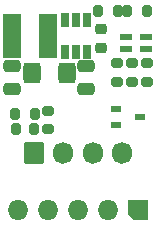
<source format=gbr>
%TF.GenerationSoftware,KiCad,Pcbnew,(6.0.9-0)*%
%TF.CreationDate,2023-01-05T14:31:28+00:00*%
%TF.ProjectId,Daikin,4461696b-696e-42e6-9b69-6361645f7063,1*%
%TF.SameCoordinates,Original*%
%TF.FileFunction,Soldermask,Bot*%
%TF.FilePolarity,Negative*%
%FSLAX46Y46*%
G04 Gerber Fmt 4.6, Leading zero omitted, Abs format (unit mm)*
G04 Created by KiCad (PCBNEW (6.0.9-0)) date 2023-01-05 14:31:28*
%MOMM*%
%LPD*%
G01*
G04 APERTURE LIST*
G04 Aperture macros list*
%AMRoundRect*
0 Rectangle with rounded corners*
0 $1 Rounding radius*
0 $2 $3 $4 $5 $6 $7 $8 $9 X,Y pos of 4 corners*
0 Add a 4 corners polygon primitive as box body*
4,1,4,$2,$3,$4,$5,$6,$7,$8,$9,$2,$3,0*
0 Add four circle primitives for the rounded corners*
1,1,$1+$1,$2,$3*
1,1,$1+$1,$4,$5*
1,1,$1+$1,$6,$7*
1,1,$1+$1,$8,$9*
0 Add four rect primitives between the rounded corners*
20,1,$1+$1,$2,$3,$4,$5,0*
20,1,$1+$1,$4,$5,$6,$7,0*
20,1,$1+$1,$6,$7,$8,$9,0*
20,1,$1+$1,$8,$9,$2,$3,0*%
%AMFreePoly0*
4,1,14,0.857071,0.857071,0.860000,0.850000,0.860000,-0.850000,0.857071,-0.857071,0.850000,-0.860000,-0.340000,-0.860000,-0.347071,-0.857071,-0.857071,-0.347071,-0.860000,-0.340000,-0.860000,0.850000,-0.857071,0.857071,-0.850000,0.860000,0.850000,0.860000,0.857071,0.857071,0.857071,0.857071,$1*%
G04 Aperture macros list end*
%ADD10RoundRect,0.260000X-0.600000X-0.675000X0.600000X-0.675000X0.600000X0.675000X-0.600000X0.675000X0*%
%ADD11O,1.720000X1.870000*%
%ADD12RoundRect,0.210000X-0.275000X0.200000X-0.275000X-0.200000X0.275000X-0.200000X0.275000X0.200000X0*%
%ADD13RoundRect,0.210000X0.275000X-0.200000X0.275000X0.200000X-0.275000X0.200000X-0.275000X-0.200000X0*%
%ADD14RoundRect,0.010000X0.350000X-0.225000X0.350000X0.225000X-0.350000X0.225000X-0.350000X-0.225000X0*%
%ADD15RoundRect,0.210000X-0.200000X-0.275000X0.200000X-0.275000X0.200000X0.275000X-0.200000X0.275000X0*%
%ADD16FreePoly0,0.000000*%
%ADD17O,1.720000X1.720000*%
%ADD18RoundRect,0.010000X-0.425000X-0.250000X0.425000X-0.250000X0.425000X0.250000X-0.425000X0.250000X0*%
%ADD19RoundRect,0.010000X0.712500X-1.850000X0.712500X1.850000X-0.712500X1.850000X-0.712500X-1.850000X0*%
%ADD20RoundRect,0.235000X0.250000X-0.225000X0.250000X0.225000X-0.250000X0.225000X-0.250000X-0.225000X0*%
%ADD21RoundRect,0.259375X0.463125X0.625625X-0.463125X0.625625X-0.463125X-0.625625X0.463125X-0.625625X0*%
%ADD22RoundRect,0.010000X0.300000X-0.550000X0.300000X0.550000X-0.300000X0.550000X-0.300000X-0.550000X0*%
%ADD23RoundRect,0.260000X-0.475000X0.250000X-0.475000X-0.250000X0.475000X-0.250000X0.475000X0.250000X0*%
%ADD24RoundRect,0.210000X0.200000X0.275000X-0.200000X0.275000X-0.200000X-0.275000X0.200000X-0.275000X0*%
G04 APERTURE END LIST*
D10*
%TO.C,J1*%
X96050000Y-51400000D03*
D11*
X98550000Y-51400000D03*
X101050000Y-51400000D03*
X103550000Y-51400000D03*
%TD*%
D12*
%TO.C,R2*%
X104350000Y-43800000D03*
X104350000Y-45450000D03*
%TD*%
D13*
%TO.C,C1*%
X97300000Y-49425000D03*
X97300000Y-47875000D03*
%TD*%
D14*
%TO.C,Q3*%
X103050000Y-49050000D03*
X103050000Y-47750000D03*
X105050000Y-48400000D03*
%TD*%
D15*
%TO.C,R6*%
X101500000Y-39400000D03*
X103150000Y-39400000D03*
%TD*%
D16*
%TO.C,J2*%
X104880000Y-56300000D03*
D17*
X102340000Y-56300000D03*
X99800000Y-56300000D03*
X97260000Y-56300000D03*
X94720000Y-56300000D03*
%TD*%
D12*
%TO.C,R1*%
X103100000Y-43775000D03*
X103100000Y-45425000D03*
%TD*%
%TO.C,R3*%
X105650000Y-43775000D03*
X105650000Y-45425000D03*
%TD*%
D15*
%TO.C,R4*%
X94475000Y-48150000D03*
X96125000Y-48150000D03*
%TD*%
D18*
%TO.C,D1*%
X105575000Y-41600000D03*
X103825000Y-41600000D03*
X103825000Y-42600000D03*
X105575000Y-42600000D03*
%TD*%
D15*
%TO.C,C5*%
X94525000Y-49400000D03*
X96075000Y-49400000D03*
%TD*%
D19*
%TO.C,U2*%
X97250000Y-41550000D03*
D20*
X101750000Y-40975000D03*
D21*
X98852500Y-44670000D03*
D20*
X101750000Y-42525000D03*
D22*
X98700000Y-42850000D03*
X98700000Y-40150000D03*
X100600000Y-42850000D03*
X99650000Y-42850000D03*
D23*
X100500000Y-44100000D03*
X100500000Y-46000000D03*
D21*
X95887500Y-44670000D03*
D22*
X99650000Y-40150000D03*
D23*
X94250000Y-46000000D03*
D19*
X94250000Y-41550000D03*
D23*
X94250000Y-44100000D03*
D22*
X100600000Y-40150000D03*
%TD*%
D24*
%TO.C,R5*%
X105625000Y-39400000D03*
X103975000Y-39400000D03*
%TD*%
M02*

</source>
